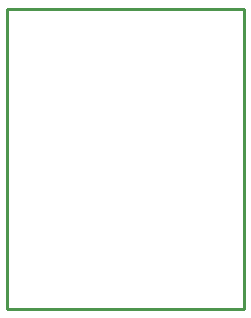
<source format=gbr>
G04 EAGLE Gerber RS-274X export*
G75*
%MOMM*%
%FSLAX34Y34*%
%LPD*%
%IN*%
%IPPOS*%
%AMOC8*
5,1,8,0,0,1.08239X$1,22.5*%
G01*
%ADD10C,0.254000*%


D10*
X0Y0D02*
X199900Y0D01*
X199900Y253900D01*
X0Y253900D01*
X0Y0D01*
M02*

</source>
